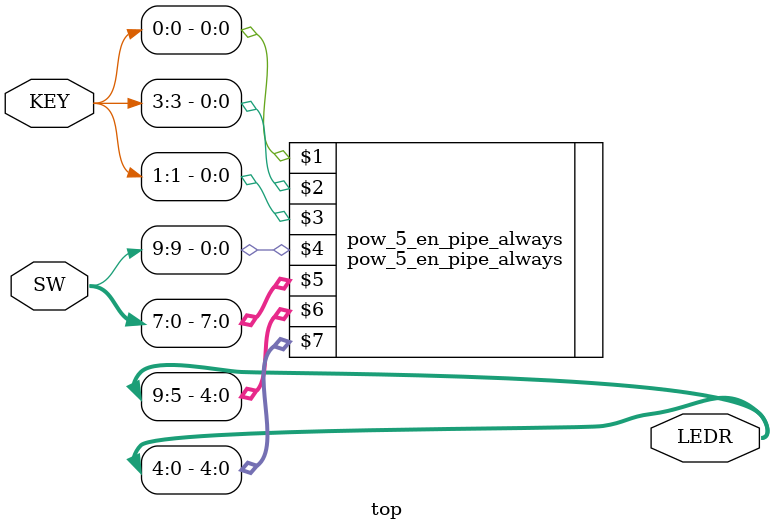
<source format=v>
module top (SW, KEY, LEDR);

	 input wire [9:0] SW;        // DE-series switches
    input wire [3:0] KEY;       // DE-series pushbuttons
   
	 output wire [9:0] LEDR;     // DE-series LEDs   

    pow_5_en_pipe_always pow_5_en_pipe_always (KEY[0], KEY[3], KEY[1], SW[9], SW[7:0], LEDR[9:5], LEDR[4:0]);

endmodule


</source>
